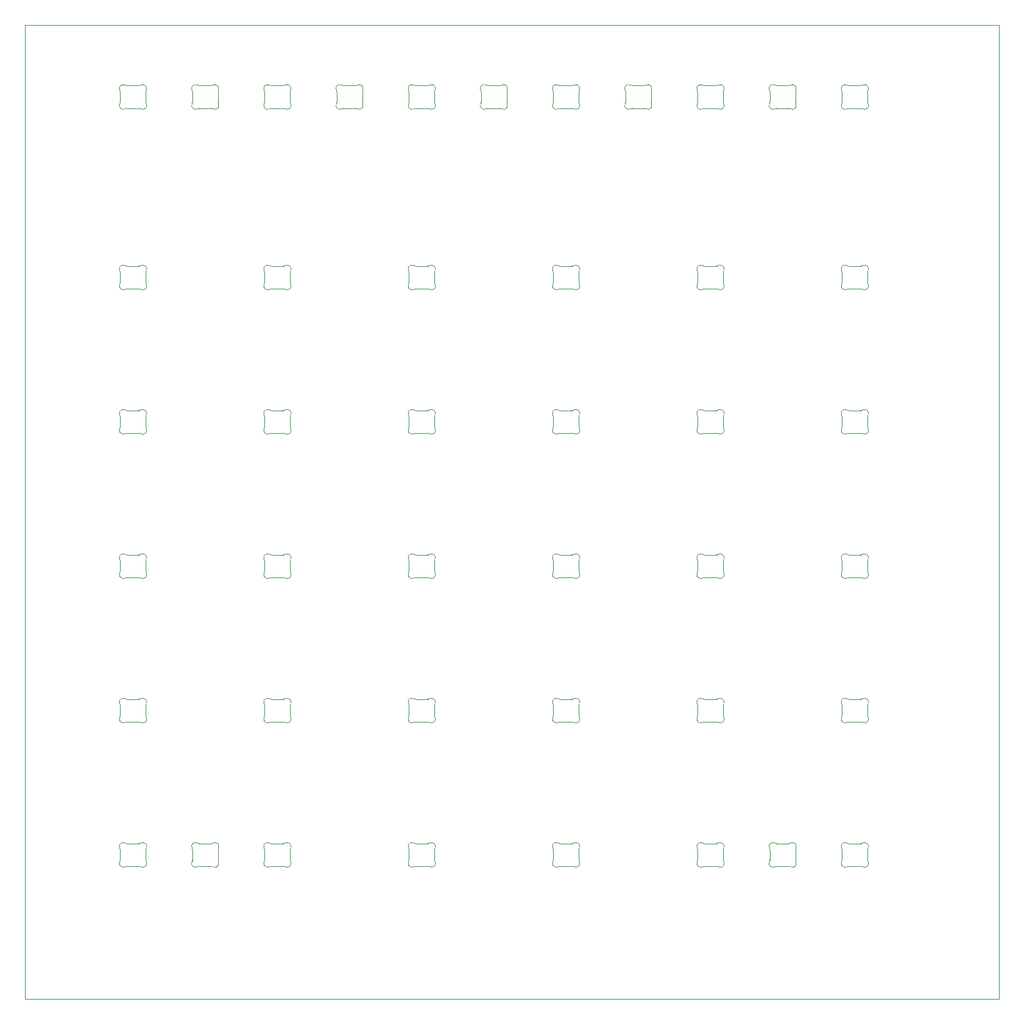
<source format=gbr>
%TF.GenerationSoftware,KiCad,Pcbnew,(6.0.9)*%
%TF.CreationDate,2022-11-26T17:52:31+01:00*%
%TF.ProjectId,tekskey,74656b73-6b65-4792-9e6b-696361645f70,rev?*%
%TF.SameCoordinates,Original*%
%TF.FileFunction,Profile,NP*%
%FSLAX46Y46*%
G04 Gerber Fmt 4.6, Leading zero omitted, Abs format (unit mm)*
G04 Created by KiCad (PCBNEW (6.0.9)) date 2022-11-26 17:52:31*
%MOMM*%
%LPD*%
G01*
G04 APERTURE LIST*
%TA.AperFunction,Profile*%
%ADD10C,0.100000*%
%TD*%
G04 APERTURE END LIST*
D10*
X33337500Y-23812500D02*
X161925000Y-23812500D01*
X161925000Y-23812500D02*
X161925000Y-152400000D01*
X161925000Y-152400000D02*
X33337500Y-152400000D01*
X33337500Y-152400000D02*
X33337500Y-23812500D01*
%TO.C,LED10*%
X49324999Y-57852841D02*
X49324999Y-56447157D01*
X48419452Y-55650000D02*
X46830547Y-55650000D01*
X46830548Y-58649999D02*
X48419452Y-58649999D01*
X45925001Y-56447157D02*
X45925001Y-57852841D01*
X46578289Y-55581701D02*
G75*
G03*
X46830547Y-55650000I252261J431711D01*
G01*
X46578289Y-55581702D02*
G75*
G03*
X45875516Y-56230279I-252258J-431700D01*
G01*
X46830548Y-58649999D02*
G75*
G03*
X46578289Y-58718298I2J-500011D01*
G01*
X45875514Y-58069718D02*
G75*
G03*
X45925001Y-57852841I-450584J216898D01*
G01*
X49374484Y-56230279D02*
G75*
G03*
X48671711Y-55581700I-450515J216878D01*
G01*
X49324999Y-57852842D02*
G75*
G03*
X49374484Y-58069719I499990J-1D01*
G01*
X48671711Y-58718296D02*
G75*
G03*
X49374484Y-58069719I252258J431700D01*
G01*
X48419453Y-55649999D02*
G75*
G03*
X48671711Y-55581700I-3J500009D01*
G01*
X48671710Y-58718298D02*
G75*
G03*
X48419452Y-58649999I-252261J-431710D01*
G01*
X49374484Y-56230279D02*
G75*
G03*
X49324999Y-56447157I450505J-216876D01*
G01*
X45875518Y-58069719D02*
G75*
G03*
X46578289Y-58718298I450512J-216881D01*
G01*
X45925002Y-56447156D02*
G75*
G03*
X45875516Y-56230279I-499302J156D01*
G01*
%TO.C,LED54*%
X122125001Y-132647157D02*
X122125001Y-134052841D01*
X125524999Y-134052841D02*
X125524999Y-132647157D01*
X123030548Y-134849999D02*
X124619452Y-134849999D01*
X124619452Y-131850000D02*
X123030547Y-131850000D01*
X122778289Y-131781701D02*
G75*
G03*
X123030547Y-131850000I252261J431711D01*
G01*
X124871711Y-134918296D02*
G75*
G03*
X125574484Y-134269719I252258J431700D01*
G01*
X122125002Y-132647156D02*
G75*
G03*
X122075516Y-132430279I-499302J156D01*
G01*
X122075514Y-134269718D02*
G75*
G03*
X122125001Y-134052841I-450584J216898D01*
G01*
X125574484Y-132430279D02*
G75*
G03*
X125524999Y-132647157I450505J-216876D01*
G01*
X122075518Y-134269719D02*
G75*
G03*
X122778289Y-134918298I450512J-216881D01*
G01*
X124619453Y-131849999D02*
G75*
G03*
X124871711Y-131781700I-3J500009D01*
G01*
X125524999Y-134052842D02*
G75*
G03*
X125574484Y-134269719I499990J-1D01*
G01*
X122778289Y-131781702D02*
G75*
G03*
X122075516Y-132430279I-252258J-431700D01*
G01*
X124871710Y-134918298D02*
G75*
G03*
X124619452Y-134849999I-252261J-431710D01*
G01*
X125574484Y-132430279D02*
G75*
G03*
X124871711Y-131781700I-450515J216878D01*
G01*
X123030548Y-134849999D02*
G75*
G03*
X122778289Y-134918298I2J-500011D01*
G01*
%TO.C,LED32*%
X86519452Y-93750000D02*
X84930547Y-93750000D01*
X84930548Y-96749999D02*
X86519452Y-96749999D01*
X84025001Y-94547157D02*
X84025001Y-95952841D01*
X87424999Y-95952841D02*
X87424999Y-94547157D01*
X87424999Y-95952842D02*
G75*
G03*
X87474484Y-96169719I499990J-1D01*
G01*
X83975518Y-96169719D02*
G75*
G03*
X84678289Y-96818298I450512J-216881D01*
G01*
X86771710Y-96818298D02*
G75*
G03*
X86519452Y-96749999I-252261J-431710D01*
G01*
X84678289Y-93681702D02*
G75*
G03*
X83975516Y-94330279I-252258J-431700D01*
G01*
X86771711Y-96818296D02*
G75*
G03*
X87474484Y-96169719I252258J431700D01*
G01*
X84678289Y-93681701D02*
G75*
G03*
X84930547Y-93750000I252261J431711D01*
G01*
X84930548Y-96749999D02*
G75*
G03*
X84678289Y-96818298I2J-500011D01*
G01*
X84025002Y-94547156D02*
G75*
G03*
X83975516Y-94330279I-499302J156D01*
G01*
X87474484Y-94330279D02*
G75*
G03*
X86771711Y-93681700I-450515J216878D01*
G01*
X87474484Y-94330279D02*
G75*
G03*
X87424999Y-94547157I450505J-216876D01*
G01*
X83975514Y-96169718D02*
G75*
G03*
X84025001Y-95952841I-450584J216898D01*
G01*
X86519453Y-93749999D02*
G75*
G03*
X86771711Y-93681700I-3J500009D01*
G01*
%TO.C,LED1B1*%
X76994452Y-31837501D02*
X75405548Y-31837501D01*
X74500001Y-32634659D02*
X74500001Y-34040343D01*
X75405548Y-34837500D02*
X76994453Y-34837500D01*
X77899999Y-34040343D02*
X77899999Y-32634659D01*
X75153290Y-31769203D02*
G75*
G03*
X75405548Y-31837501I252260J431713D01*
G01*
X77949483Y-32417782D02*
G75*
G03*
X77246711Y-31769202I-450513J216880D01*
G01*
X77246711Y-34905799D02*
G75*
G03*
X76994453Y-34837500I-252261J-431710D01*
G01*
X77246710Y-34905800D02*
G75*
G03*
X77949484Y-34257221I252259J431701D01*
G01*
X75405547Y-34837501D02*
G75*
G03*
X75153289Y-34905800I3J-500009D01*
G01*
X74500015Y-32634658D02*
G75*
G03*
X74450516Y-32417781I-499615J58D01*
G01*
X74450514Y-34257220D02*
G75*
G03*
X74500001Y-34040343I-450504J216880D01*
G01*
X74450516Y-34257221D02*
G75*
G03*
X75153289Y-34905800I450514J-216879D01*
G01*
X77949484Y-32417781D02*
G75*
G03*
X77899999Y-32634659I450505J-216876D01*
G01*
X76994452Y-31837501D02*
G75*
G03*
X77246711Y-31769202I-2J500009D01*
G01*
X77899999Y-34040344D02*
G75*
G03*
X77949484Y-34257221I499990J-1D01*
G01*
X75153289Y-31769204D02*
G75*
G03*
X74450516Y-32417781I-252258J-431700D01*
G01*
%TO.C,LED34*%
X124619452Y-93750000D02*
X123030547Y-93750000D01*
X125524999Y-95952841D02*
X125524999Y-94547157D01*
X123030548Y-96749999D02*
X124619452Y-96749999D01*
X122125001Y-94547157D02*
X122125001Y-95952841D01*
X122075518Y-96169719D02*
G75*
G03*
X122778289Y-96818298I450512J-216881D01*
G01*
X124619453Y-93749999D02*
G75*
G03*
X124871711Y-93681700I-3J500009D01*
G01*
X122778289Y-93681702D02*
G75*
G03*
X122075516Y-94330279I-252258J-431700D01*
G01*
X125574484Y-94330279D02*
G75*
G03*
X125524999Y-94547157I450505J-216876D01*
G01*
X124871711Y-96818296D02*
G75*
G03*
X125574484Y-96169719I252258J431700D01*
G01*
X122075514Y-96169718D02*
G75*
G03*
X122125001Y-95952841I-450584J216898D01*
G01*
X125524999Y-95952842D02*
G75*
G03*
X125574484Y-96169719I499990J-1D01*
G01*
X123030548Y-96749999D02*
G75*
G03*
X122778289Y-96818298I2J-500011D01*
G01*
X122778289Y-93681701D02*
G75*
G03*
X123030547Y-93750000I252261J431711D01*
G01*
X124871710Y-96818298D02*
G75*
G03*
X124619452Y-96749999I-252261J-431710D01*
G01*
X125574484Y-94330279D02*
G75*
G03*
X124871711Y-93681700I-450515J216878D01*
G01*
X122125002Y-94547156D02*
G75*
G03*
X122075516Y-94330279I-499302J156D01*
G01*
%TO.C,LED13*%
X103075001Y-56447157D02*
X103075001Y-57852841D01*
X106474999Y-57852841D02*
X106474999Y-56447157D01*
X105569452Y-55650000D02*
X103980547Y-55650000D01*
X103980548Y-58649999D02*
X105569452Y-58649999D01*
X103025518Y-58069719D02*
G75*
G03*
X103728289Y-58718298I450512J-216881D01*
G01*
X103075002Y-56447156D02*
G75*
G03*
X103025516Y-56230279I-499302J156D01*
G01*
X105569453Y-55649999D02*
G75*
G03*
X105821711Y-55581700I-3J500009D01*
G01*
X105821711Y-58718296D02*
G75*
G03*
X106524484Y-58069719I252258J431700D01*
G01*
X106524484Y-56230279D02*
G75*
G03*
X106474999Y-56447157I450505J-216876D01*
G01*
X103728289Y-55581701D02*
G75*
G03*
X103980547Y-55650000I252261J431711D01*
G01*
X106474999Y-57852842D02*
G75*
G03*
X106524484Y-58069719I499990J-1D01*
G01*
X103025514Y-58069718D02*
G75*
G03*
X103075001Y-57852841I-450584J216898D01*
G01*
X103728289Y-55581702D02*
G75*
G03*
X103025516Y-56230279I-252258J-431700D01*
G01*
X105821710Y-58718298D02*
G75*
G03*
X105569452Y-58649999I-252261J-431710D01*
G01*
X106524484Y-56230279D02*
G75*
G03*
X105821711Y-55581700I-450515J216878D01*
G01*
X103980548Y-58649999D02*
G75*
G03*
X103728289Y-58718298I2J-500011D01*
G01*
%TO.C,LED55*%
X141175001Y-132647157D02*
X141175001Y-134052841D01*
X143669452Y-131850000D02*
X142080547Y-131850000D01*
X142080548Y-134849999D02*
X143669452Y-134849999D01*
X144574999Y-134052841D02*
X144574999Y-132647157D01*
X144574999Y-134052842D02*
G75*
G03*
X144624484Y-134269719I499990J-1D01*
G01*
X143669453Y-131849999D02*
G75*
G03*
X143921711Y-131781700I-3J500009D01*
G01*
X141828289Y-131781701D02*
G75*
G03*
X142080547Y-131850000I252261J431711D01*
G01*
X141828289Y-131781702D02*
G75*
G03*
X141125516Y-132430279I-252258J-431700D01*
G01*
X141175002Y-132647156D02*
G75*
G03*
X141125516Y-132430279I-499302J156D01*
G01*
X143921710Y-134918298D02*
G75*
G03*
X143669452Y-134849999I-252261J-431710D01*
G01*
X143921711Y-134918296D02*
G75*
G03*
X144624484Y-134269719I252258J431700D01*
G01*
X141125514Y-134269718D02*
G75*
G03*
X141175001Y-134052841I-450584J216898D01*
G01*
X144624484Y-132430279D02*
G75*
G03*
X143921711Y-131781700I-450515J216878D01*
G01*
X141125518Y-134269719D02*
G75*
G03*
X141828289Y-134918298I450512J-216881D01*
G01*
X142080548Y-134849999D02*
G75*
G03*
X141828289Y-134918298I2J-500011D01*
G01*
X144624484Y-132430279D02*
G75*
G03*
X144574999Y-132647157I450505J-216876D01*
G01*
%TO.C,LED53*%
X103075001Y-132647157D02*
X103075001Y-134052841D01*
X106474999Y-134052841D02*
X106474999Y-132647157D01*
X103980548Y-134849999D02*
X105569452Y-134849999D01*
X105569452Y-131850000D02*
X103980547Y-131850000D01*
X106474999Y-134052842D02*
G75*
G03*
X106524484Y-134269719I499990J-1D01*
G01*
X103980548Y-134849999D02*
G75*
G03*
X103728289Y-134918298I2J-500011D01*
G01*
X105569453Y-131849999D02*
G75*
G03*
X105821711Y-131781700I-3J500009D01*
G01*
X106524484Y-132430279D02*
G75*
G03*
X105821711Y-131781700I-450515J216878D01*
G01*
X103025518Y-134269719D02*
G75*
G03*
X103728289Y-134918298I450512J-216881D01*
G01*
X105821711Y-134918296D02*
G75*
G03*
X106524484Y-134269719I252258J431700D01*
G01*
X106524484Y-132430279D02*
G75*
G03*
X106474999Y-132647157I450505J-216876D01*
G01*
X103025514Y-134269718D02*
G75*
G03*
X103075001Y-134052841I-450584J216898D01*
G01*
X103075002Y-132647156D02*
G75*
G03*
X103025516Y-132430279I-499302J156D01*
G01*
X105821710Y-134918298D02*
G75*
G03*
X105569452Y-134849999I-252261J-431710D01*
G01*
X103728289Y-131781701D02*
G75*
G03*
X103980547Y-131850000I252261J431711D01*
G01*
X103728289Y-131781702D02*
G75*
G03*
X103025516Y-132430279I-252258J-431700D01*
G01*
%TO.C,LED4*%
X123030548Y-34837500D02*
X124619453Y-34837500D01*
X125524999Y-34040343D02*
X125524999Y-32634659D01*
X124619452Y-31837501D02*
X123030548Y-31837501D01*
X122125001Y-32634659D02*
X122125001Y-34040343D01*
X124619452Y-31837501D02*
G75*
G03*
X124871711Y-31769202I-2J500009D01*
G01*
X122778290Y-31769203D02*
G75*
G03*
X123030548Y-31837501I252260J431713D01*
G01*
X124871711Y-34905799D02*
G75*
G03*
X124619453Y-34837500I-252261J-431710D01*
G01*
X122778289Y-31769204D02*
G75*
G03*
X122075516Y-32417781I-252258J-431700D01*
G01*
X125574484Y-32417781D02*
G75*
G03*
X125524999Y-32634659I450505J-216876D01*
G01*
X125524999Y-34040344D02*
G75*
G03*
X125574484Y-34257221I499990J-1D01*
G01*
X123030547Y-34837501D02*
G75*
G03*
X122778289Y-34905800I3J-500009D01*
G01*
X122075514Y-34257220D02*
G75*
G03*
X122125001Y-34040343I-450504J216880D01*
G01*
X125574483Y-32417782D02*
G75*
G03*
X124871711Y-31769202I-450513J216880D01*
G01*
X122075516Y-34257221D02*
G75*
G03*
X122778289Y-34905800I450514J-216879D01*
G01*
X124871710Y-34905800D02*
G75*
G03*
X125574484Y-34257221I252259J431701D01*
G01*
X122125015Y-32634658D02*
G75*
G03*
X122075516Y-32417781I-499615J58D01*
G01*
%TO.C,LED2*%
X84025001Y-32634659D02*
X84025001Y-34040343D01*
X86519452Y-31837501D02*
X84930548Y-31837501D01*
X84930548Y-34837500D02*
X86519453Y-34837500D01*
X87424999Y-34040343D02*
X87424999Y-32634659D01*
X83975514Y-34257220D02*
G75*
G03*
X84025001Y-34040343I-450504J216880D01*
G01*
X84678290Y-31769203D02*
G75*
G03*
X84930548Y-31837501I252260J431713D01*
G01*
X86519452Y-31837501D02*
G75*
G03*
X86771711Y-31769202I-2J500009D01*
G01*
X87474484Y-32417781D02*
G75*
G03*
X87424999Y-32634659I450505J-216876D01*
G01*
X84678289Y-31769204D02*
G75*
G03*
X83975516Y-32417781I-252258J-431700D01*
G01*
X84930547Y-34837501D02*
G75*
G03*
X84678289Y-34905800I3J-500009D01*
G01*
X84025015Y-32634658D02*
G75*
G03*
X83975516Y-32417781I-499615J58D01*
G01*
X86771710Y-34905800D02*
G75*
G03*
X87474484Y-34257221I252259J431701D01*
G01*
X87424999Y-34040344D02*
G75*
G03*
X87474484Y-34257221I499990J-1D01*
G01*
X87474483Y-32417782D02*
G75*
G03*
X86771711Y-31769202I-450513J216880D01*
G01*
X86771711Y-34905799D02*
G75*
G03*
X86519453Y-34837500I-252261J-431710D01*
G01*
X83975516Y-34257221D02*
G75*
G03*
X84678289Y-34905800I450514J-216879D01*
G01*
%TO.C,LED12*%
X87424999Y-57852841D02*
X87424999Y-56447157D01*
X84930548Y-58649999D02*
X86519452Y-58649999D01*
X86519452Y-55650000D02*
X84930547Y-55650000D01*
X84025001Y-56447157D02*
X84025001Y-57852841D01*
X84930548Y-58649999D02*
G75*
G03*
X84678289Y-58718298I2J-500011D01*
G01*
X83975518Y-58069719D02*
G75*
G03*
X84678289Y-58718298I450512J-216881D01*
G01*
X87424999Y-57852842D02*
G75*
G03*
X87474484Y-58069719I499990J-1D01*
G01*
X83975514Y-58069718D02*
G75*
G03*
X84025001Y-57852841I-450584J216898D01*
G01*
X86519453Y-55649999D02*
G75*
G03*
X86771711Y-55581700I-3J500009D01*
G01*
X84678289Y-55581701D02*
G75*
G03*
X84930547Y-55650000I252261J431711D01*
G01*
X87474484Y-56230279D02*
G75*
G03*
X87424999Y-56447157I450505J-216876D01*
G01*
X86771711Y-58718296D02*
G75*
G03*
X87474484Y-58069719I252258J431700D01*
G01*
X86771710Y-58718298D02*
G75*
G03*
X86519452Y-58649999I-252261J-431710D01*
G01*
X84678289Y-55581702D02*
G75*
G03*
X83975516Y-56230279I-252258J-431700D01*
G01*
X84025002Y-56447156D02*
G75*
G03*
X83975516Y-56230279I-499302J156D01*
G01*
X87474484Y-56230279D02*
G75*
G03*
X86771711Y-55581700I-450515J216878D01*
G01*
%TO.C,LED11*%
X65880548Y-58649999D02*
X67469452Y-58649999D01*
X64975001Y-56447157D02*
X64975001Y-57852841D01*
X68374999Y-57852841D02*
X68374999Y-56447157D01*
X67469452Y-55650000D02*
X65880547Y-55650000D01*
X64925518Y-58069719D02*
G75*
G03*
X65628289Y-58718298I450512J-216881D01*
G01*
X64925514Y-58069718D02*
G75*
G03*
X64975001Y-57852841I-450584J216898D01*
G01*
X68424484Y-56230279D02*
G75*
G03*
X67721711Y-55581700I-450515J216878D01*
G01*
X67721711Y-58718296D02*
G75*
G03*
X68424484Y-58069719I252258J431700D01*
G01*
X64975002Y-56447156D02*
G75*
G03*
X64925516Y-56230279I-499302J156D01*
G01*
X65628289Y-55581701D02*
G75*
G03*
X65880547Y-55650000I252261J431711D01*
G01*
X67469453Y-55649999D02*
G75*
G03*
X67721711Y-55581700I-3J500009D01*
G01*
X68374999Y-57852842D02*
G75*
G03*
X68424484Y-58069719I499990J-1D01*
G01*
X67721710Y-58718298D02*
G75*
G03*
X67469452Y-58649999I-252261J-431710D01*
G01*
X65880548Y-58649999D02*
G75*
G03*
X65628289Y-58718298I2J-500011D01*
G01*
X68424484Y-56230279D02*
G75*
G03*
X68374999Y-56447157I450505J-216876D01*
G01*
X65628289Y-55581702D02*
G75*
G03*
X64925516Y-56230279I-252258J-431700D01*
G01*
%TO.C,LED6*%
X57944452Y-131850000D02*
X56355547Y-131850000D01*
X56355548Y-134849999D02*
X57944452Y-134849999D01*
X55450001Y-132647157D02*
X55450001Y-134052841D01*
X58849999Y-134052841D02*
X58849999Y-132647157D01*
X55400514Y-134269718D02*
G75*
G03*
X55450001Y-134052841I-450584J216898D01*
G01*
X56355548Y-134849999D02*
G75*
G03*
X56103289Y-134918298I2J-500011D01*
G01*
X58899484Y-132430279D02*
G75*
G03*
X58196711Y-131781700I-450515J216878D01*
G01*
X58899484Y-132430279D02*
G75*
G03*
X58849999Y-132647157I450505J-216876D01*
G01*
X57944453Y-131849999D02*
G75*
G03*
X58196711Y-131781700I-3J500009D01*
G01*
X56103289Y-131781701D02*
G75*
G03*
X56355547Y-131850000I252261J431711D01*
G01*
X55450002Y-132647156D02*
G75*
G03*
X55400516Y-132430279I-499302J156D01*
G01*
X58196710Y-134918298D02*
G75*
G03*
X57944452Y-134849999I-252261J-431710D01*
G01*
X58196711Y-134918296D02*
G75*
G03*
X58899484Y-134269719I252258J431700D01*
G01*
X58849999Y-134052842D02*
G75*
G03*
X58899484Y-134269719I499990J-1D01*
G01*
X56103289Y-131781702D02*
G75*
G03*
X55400516Y-132430279I-252258J-431700D01*
G01*
X55400518Y-134269719D02*
G75*
G03*
X56103289Y-134918298I450512J-216881D01*
G01*
%TO.C,LED0*%
X46830548Y-34837500D02*
X48419453Y-34837500D01*
X49324999Y-34040343D02*
X49324999Y-32634659D01*
X48419452Y-31837501D02*
X46830548Y-31837501D01*
X45925001Y-32634659D02*
X45925001Y-34040343D01*
X45875516Y-34257221D02*
G75*
G03*
X46578289Y-34905800I450514J-216879D01*
G01*
X45875514Y-34257220D02*
G75*
G03*
X45925001Y-34040343I-450504J216880D01*
G01*
X48671710Y-34905800D02*
G75*
G03*
X49374484Y-34257221I252259J431701D01*
G01*
X46830547Y-34837501D02*
G75*
G03*
X46578289Y-34905800I3J-500009D01*
G01*
X49374483Y-32417782D02*
G75*
G03*
X48671711Y-31769202I-450513J216880D01*
G01*
X49324999Y-34040344D02*
G75*
G03*
X49374484Y-34257221I499990J-1D01*
G01*
X48419452Y-31837501D02*
G75*
G03*
X48671711Y-31769202I-2J500009D01*
G01*
X46578289Y-31769204D02*
G75*
G03*
X45875516Y-32417781I-252258J-431700D01*
G01*
X45925015Y-32634658D02*
G75*
G03*
X45875516Y-32417781I-499615J58D01*
G01*
X48671711Y-34905799D02*
G75*
G03*
X48419453Y-34837500I-252261J-431710D01*
G01*
X46578290Y-31769203D02*
G75*
G03*
X46830548Y-31837501I252260J431713D01*
G01*
X49374484Y-32417781D02*
G75*
G03*
X49324999Y-32634659I450505J-216876D01*
G01*
%TO.C,LED41*%
X68374999Y-115002843D02*
X68374999Y-113597159D01*
X64975001Y-113597159D02*
X64975001Y-115002843D01*
X67469452Y-112800001D02*
X65880548Y-112800001D01*
X65880548Y-115800000D02*
X67469453Y-115800000D01*
X65628289Y-112731704D02*
G75*
G03*
X64925516Y-113380281I-252258J-431700D01*
G01*
X65628290Y-112731703D02*
G75*
G03*
X65880548Y-112800001I252260J431713D01*
G01*
X64975015Y-113597158D02*
G75*
G03*
X64925516Y-113380281I-499615J58D01*
G01*
X65880547Y-115800001D02*
G75*
G03*
X65628289Y-115868300I3J-500009D01*
G01*
X67721710Y-115868300D02*
G75*
G03*
X68424484Y-115219721I252259J431701D01*
G01*
X64925514Y-115219720D02*
G75*
G03*
X64975001Y-115002843I-450504J216880D01*
G01*
X67721711Y-115868299D02*
G75*
G03*
X67469453Y-115800000I-252261J-431710D01*
G01*
X68424483Y-113380282D02*
G75*
G03*
X67721711Y-112731702I-450513J216880D01*
G01*
X64925516Y-115219721D02*
G75*
G03*
X65628289Y-115868300I450514J-216879D01*
G01*
X68424484Y-113380281D02*
G75*
G03*
X68374999Y-113597159I450505J-216876D01*
G01*
X67469452Y-112800001D02*
G75*
G03*
X67721711Y-112731702I-2J500009D01*
G01*
X68374999Y-115002844D02*
G75*
G03*
X68424484Y-115219721I499990J-1D01*
G01*
%TO.C,LED24*%
X123030548Y-77700000D02*
X124619453Y-77700000D01*
X125524999Y-76902843D02*
X125524999Y-75497159D01*
X124619452Y-74700001D02*
X123030548Y-74700001D01*
X122125001Y-75497159D02*
X122125001Y-76902843D01*
X122125015Y-75497158D02*
G75*
G03*
X122075516Y-75280281I-499615J58D01*
G01*
X124871710Y-77768300D02*
G75*
G03*
X125574484Y-77119721I252259J431701D01*
G01*
X122778290Y-74631703D02*
G75*
G03*
X123030548Y-74700001I252260J431713D01*
G01*
X124619452Y-74700001D02*
G75*
G03*
X124871711Y-74631702I-2J500009D01*
G01*
X122075514Y-77119720D02*
G75*
G03*
X122125001Y-76902843I-450504J216880D01*
G01*
X124871711Y-77768299D02*
G75*
G03*
X124619453Y-77700000I-252261J-431710D01*
G01*
X125574484Y-75280281D02*
G75*
G03*
X125524999Y-75497159I450505J-216876D01*
G01*
X122778289Y-74631704D02*
G75*
G03*
X122075516Y-75280281I-252258J-431700D01*
G01*
X122075516Y-77119721D02*
G75*
G03*
X122778289Y-77768300I450514J-216879D01*
G01*
X125574483Y-75280282D02*
G75*
G03*
X124871711Y-74631702I-450513J216880D01*
G01*
X123030547Y-77700001D02*
G75*
G03*
X122778289Y-77768300I3J-500009D01*
G01*
X125524999Y-76902844D02*
G75*
G03*
X125574484Y-77119721I499990J-1D01*
G01*
%TO.C,LED31*%
X67469452Y-93750000D02*
X65880547Y-93750000D01*
X65880548Y-96749999D02*
X67469452Y-96749999D01*
X64975001Y-94547157D02*
X64975001Y-95952841D01*
X68374999Y-95952841D02*
X68374999Y-94547157D01*
X65628289Y-93681701D02*
G75*
G03*
X65880547Y-93750000I252261J431711D01*
G01*
X67721711Y-96818296D02*
G75*
G03*
X68424484Y-96169719I252258J431700D01*
G01*
X68424484Y-94330279D02*
G75*
G03*
X67721711Y-93681700I-450515J216878D01*
G01*
X68374999Y-95952842D02*
G75*
G03*
X68424484Y-96169719I499990J-1D01*
G01*
X65628289Y-93681702D02*
G75*
G03*
X64925516Y-94330279I-252258J-431700D01*
G01*
X67721710Y-96818298D02*
G75*
G03*
X67469452Y-96749999I-252261J-431710D01*
G01*
X64975002Y-94547156D02*
G75*
G03*
X64925516Y-94330279I-499302J156D01*
G01*
X68424484Y-94330279D02*
G75*
G03*
X68374999Y-94547157I450505J-216876D01*
G01*
X65880548Y-96749999D02*
G75*
G03*
X65628289Y-96818298I2J-500011D01*
G01*
X64925514Y-96169718D02*
G75*
G03*
X64975001Y-95952841I-450584J216898D01*
G01*
X67469453Y-93749999D02*
G75*
G03*
X67721711Y-93681700I-3J500009D01*
G01*
X64925518Y-96169719D02*
G75*
G03*
X65628289Y-96818298I450512J-216881D01*
G01*
%TO.C,LED1*%
X65880548Y-34837500D02*
X67469453Y-34837500D01*
X67469452Y-31837501D02*
X65880548Y-31837501D01*
X64975001Y-32634659D02*
X64975001Y-34040343D01*
X68374999Y-34040343D02*
X68374999Y-32634659D01*
X67721711Y-34905799D02*
G75*
G03*
X67469453Y-34837500I-252261J-431710D01*
G01*
X65880547Y-34837501D02*
G75*
G03*
X65628289Y-34905800I3J-500009D01*
G01*
X68374999Y-34040344D02*
G75*
G03*
X68424484Y-34257221I499990J-1D01*
G01*
X67721710Y-34905800D02*
G75*
G03*
X68424484Y-34257221I252259J431701D01*
G01*
X68424484Y-32417781D02*
G75*
G03*
X68374999Y-32634659I450505J-216876D01*
G01*
X68424483Y-32417782D02*
G75*
G03*
X67721711Y-31769202I-450513J216880D01*
G01*
X65628290Y-31769203D02*
G75*
G03*
X65880548Y-31837501I252260J431713D01*
G01*
X64925516Y-34257221D02*
G75*
G03*
X65628289Y-34905800I450514J-216879D01*
G01*
X67469452Y-31837501D02*
G75*
G03*
X67721711Y-31769202I-2J500009D01*
G01*
X65628289Y-31769204D02*
G75*
G03*
X64925516Y-32417781I-252258J-431700D01*
G01*
X64975015Y-32634658D02*
G75*
G03*
X64925516Y-32417781I-499615J58D01*
G01*
X64925514Y-34257220D02*
G75*
G03*
X64975001Y-34040343I-450504J216880D01*
G01*
%TO.C,LED21*%
X67469452Y-74700001D02*
X65880548Y-74700001D01*
X64975001Y-75497159D02*
X64975001Y-76902843D01*
X68374999Y-76902843D02*
X68374999Y-75497159D01*
X65880548Y-77700000D02*
X67469453Y-77700000D01*
X67721711Y-77768299D02*
G75*
G03*
X67469453Y-77700000I-252261J-431710D01*
G01*
X67721710Y-77768300D02*
G75*
G03*
X68424484Y-77119721I252259J431701D01*
G01*
X68424483Y-75280282D02*
G75*
G03*
X67721711Y-74631702I-450513J216880D01*
G01*
X65628289Y-74631704D02*
G75*
G03*
X64925516Y-75280281I-252258J-431700D01*
G01*
X64975015Y-75497158D02*
G75*
G03*
X64925516Y-75280281I-499615J58D01*
G01*
X64925516Y-77119721D02*
G75*
G03*
X65628289Y-77768300I450514J-216879D01*
G01*
X68374999Y-76902844D02*
G75*
G03*
X68424484Y-77119721I499990J-1D01*
G01*
X65628290Y-74631703D02*
G75*
G03*
X65880548Y-74700001I252260J431713D01*
G01*
X67469452Y-74700001D02*
G75*
G03*
X67721711Y-74631702I-2J500009D01*
G01*
X68424484Y-75280281D02*
G75*
G03*
X68374999Y-75497159I450505J-216876D01*
G01*
X65880547Y-77700001D02*
G75*
G03*
X65628289Y-77768300I3J-500009D01*
G01*
X64925514Y-77119720D02*
G75*
G03*
X64975001Y-76902843I-450504J216880D01*
G01*
%TO.C,LED51*%
X68374999Y-134052841D02*
X68374999Y-132647157D01*
X65880548Y-134849999D02*
X67469452Y-134849999D01*
X64975001Y-132647157D02*
X64975001Y-134052841D01*
X67469452Y-131850000D02*
X65880547Y-131850000D01*
X67721711Y-134918296D02*
G75*
G03*
X68424484Y-134269719I252258J431700D01*
G01*
X67469453Y-131849999D02*
G75*
G03*
X67721711Y-131781700I-3J500009D01*
G01*
X67721710Y-134918298D02*
G75*
G03*
X67469452Y-134849999I-252261J-431710D01*
G01*
X65880548Y-134849999D02*
G75*
G03*
X65628289Y-134918298I2J-500011D01*
G01*
X65628289Y-131781701D02*
G75*
G03*
X65880547Y-131850000I252261J431711D01*
G01*
X64925514Y-134269718D02*
G75*
G03*
X64975001Y-134052841I-450584J216898D01*
G01*
X64975002Y-132647156D02*
G75*
G03*
X64925516Y-132430279I-499302J156D01*
G01*
X68374999Y-134052842D02*
G75*
G03*
X68424484Y-134269719I499990J-1D01*
G01*
X65628289Y-131781702D02*
G75*
G03*
X64925516Y-132430279I-252258J-431700D01*
G01*
X68424484Y-132430279D02*
G75*
G03*
X68374999Y-132647157I450505J-216876D01*
G01*
X68424484Y-132430279D02*
G75*
G03*
X67721711Y-131781700I-450515J216878D01*
G01*
X64925518Y-134269719D02*
G75*
G03*
X65628289Y-134918298I450512J-216881D01*
G01*
%TO.C,LED25*%
X143669452Y-74700001D02*
X142080548Y-74700001D01*
X142080548Y-77700000D02*
X143669453Y-77700000D01*
X144574999Y-76902843D02*
X144574999Y-75497159D01*
X141175001Y-75497159D02*
X141175001Y-76902843D01*
X141828290Y-74631703D02*
G75*
G03*
X142080548Y-74700001I252260J431713D01*
G01*
X144624483Y-75280282D02*
G75*
G03*
X143921711Y-74631702I-450513J216880D01*
G01*
X142080547Y-77700001D02*
G75*
G03*
X141828289Y-77768300I3J-500009D01*
G01*
X143921711Y-77768299D02*
G75*
G03*
X143669453Y-77700000I-252261J-431710D01*
G01*
X141125514Y-77119720D02*
G75*
G03*
X141175001Y-76902843I-450504J216880D01*
G01*
X141125516Y-77119721D02*
G75*
G03*
X141828289Y-77768300I450514J-216879D01*
G01*
X144624484Y-75280281D02*
G75*
G03*
X144574999Y-75497159I450505J-216876D01*
G01*
X141175015Y-75497158D02*
G75*
G03*
X141125516Y-75280281I-499615J58D01*
G01*
X143669452Y-74700001D02*
G75*
G03*
X143921711Y-74631702I-2J500009D01*
G01*
X144574999Y-76902844D02*
G75*
G03*
X144624484Y-77119721I499990J-1D01*
G01*
X141828289Y-74631704D02*
G75*
G03*
X141125516Y-75280281I-252258J-431700D01*
G01*
X143921710Y-77768300D02*
G75*
G03*
X144624484Y-77119721I252259J431701D01*
G01*
%TO.C,LED23*%
X103075001Y-75497159D02*
X103075001Y-76902843D01*
X105569452Y-74700001D02*
X103980548Y-74700001D01*
X106474999Y-76902843D02*
X106474999Y-75497159D01*
X103980548Y-77700000D02*
X105569453Y-77700000D01*
X103075015Y-75497158D02*
G75*
G03*
X103025516Y-75280281I-499615J58D01*
G01*
X103025516Y-77119721D02*
G75*
G03*
X103728289Y-77768300I450514J-216879D01*
G01*
X106524484Y-75280281D02*
G75*
G03*
X106474999Y-75497159I450505J-216876D01*
G01*
X105821711Y-77768299D02*
G75*
G03*
X105569453Y-77700000I-252261J-431710D01*
G01*
X103980547Y-77700001D02*
G75*
G03*
X103728289Y-77768300I3J-500009D01*
G01*
X103728290Y-74631703D02*
G75*
G03*
X103980548Y-74700001I252260J431713D01*
G01*
X106474999Y-76902844D02*
G75*
G03*
X106524484Y-77119721I499990J-1D01*
G01*
X106524483Y-75280282D02*
G75*
G03*
X105821711Y-74631702I-450513J216880D01*
G01*
X103728289Y-74631704D02*
G75*
G03*
X103025516Y-75280281I-252258J-431700D01*
G01*
X105821710Y-77768300D02*
G75*
G03*
X106524484Y-77119721I252259J431701D01*
G01*
X105569452Y-74700001D02*
G75*
G03*
X105821711Y-74631702I-2J500009D01*
G01*
X103025514Y-77119720D02*
G75*
G03*
X103075001Y-76902843I-450504J216880D01*
G01*
%TO.C,LED40*%
X45925001Y-113597159D02*
X45925001Y-115002843D01*
X48419452Y-112800001D02*
X46830548Y-112800001D01*
X46830548Y-115800000D02*
X48419453Y-115800000D01*
X49324999Y-115002843D02*
X49324999Y-113597159D01*
X45925015Y-113597158D02*
G75*
G03*
X45875516Y-113380281I-499615J58D01*
G01*
X46578289Y-112731704D02*
G75*
G03*
X45875516Y-113380281I-252258J-431700D01*
G01*
X49374483Y-113380282D02*
G75*
G03*
X48671711Y-112731702I-450513J216880D01*
G01*
X46578290Y-112731703D02*
G75*
G03*
X46830548Y-112800001I252260J431713D01*
G01*
X45875516Y-115219721D02*
G75*
G03*
X46578289Y-115868300I450514J-216879D01*
G01*
X49374484Y-113380281D02*
G75*
G03*
X49324999Y-113597159I450505J-216876D01*
G01*
X46830547Y-115800001D02*
G75*
G03*
X46578289Y-115868300I3J-500009D01*
G01*
X48671711Y-115868299D02*
G75*
G03*
X48419453Y-115800000I-252261J-431710D01*
G01*
X48419452Y-112800001D02*
G75*
G03*
X48671711Y-112731702I-2J500009D01*
G01*
X45875514Y-115219720D02*
G75*
G03*
X45925001Y-115002843I-450504J216880D01*
G01*
X49324999Y-115002844D02*
G75*
G03*
X49374484Y-115219721I499990J-1D01*
G01*
X48671710Y-115868300D02*
G75*
G03*
X49374484Y-115219721I252259J431701D01*
G01*
%TO.C,LED7*%
X134144452Y-131850000D02*
X132555547Y-131850000D01*
X135049999Y-134052841D02*
X135049999Y-132647157D01*
X132555548Y-134849999D02*
X134144452Y-134849999D01*
X131650001Y-132647157D02*
X131650001Y-134052841D01*
X134396711Y-134918296D02*
G75*
G03*
X135099484Y-134269719I252258J431700D01*
G01*
X132555548Y-134849999D02*
G75*
G03*
X132303289Y-134918298I2J-500011D01*
G01*
X132303289Y-131781701D02*
G75*
G03*
X132555547Y-131850000I252261J431711D01*
G01*
X131600518Y-134269719D02*
G75*
G03*
X132303289Y-134918298I450512J-216881D01*
G01*
X134396710Y-134918298D02*
G75*
G03*
X134144452Y-134849999I-252261J-431710D01*
G01*
X135049999Y-134052842D02*
G75*
G03*
X135099484Y-134269719I499990J-1D01*
G01*
X131600514Y-134269718D02*
G75*
G03*
X131650001Y-134052841I-450584J216898D01*
G01*
X132303289Y-131781702D02*
G75*
G03*
X131600516Y-132430279I-252258J-431700D01*
G01*
X135099484Y-132430279D02*
G75*
G03*
X134396711Y-131781700I-450515J216878D01*
G01*
X131650002Y-132647156D02*
G75*
G03*
X131600516Y-132430279I-499302J156D01*
G01*
X135099484Y-132430279D02*
G75*
G03*
X135049999Y-132647157I450505J-216876D01*
G01*
X134144453Y-131849999D02*
G75*
G03*
X134396711Y-131781700I-3J500009D01*
G01*
%TO.C,LED3B1*%
X115094452Y-31837501D02*
X113505548Y-31837501D01*
X113505548Y-34837500D02*
X115094453Y-34837500D01*
X115999999Y-34040343D02*
X115999999Y-32634659D01*
X112600001Y-32634659D02*
X112600001Y-34040343D01*
X112600015Y-32634658D02*
G75*
G03*
X112550516Y-32417781I-499615J58D01*
G01*
X116049484Y-32417781D02*
G75*
G03*
X115999999Y-32634659I450505J-216876D01*
G01*
X115094452Y-31837501D02*
G75*
G03*
X115346711Y-31769202I-2J500009D01*
G01*
X115999999Y-34040344D02*
G75*
G03*
X116049484Y-34257221I499990J-1D01*
G01*
X113253290Y-31769203D02*
G75*
G03*
X113505548Y-31837501I252260J431713D01*
G01*
X115346710Y-34905800D02*
G75*
G03*
X116049484Y-34257221I252259J431701D01*
G01*
X113505547Y-34837501D02*
G75*
G03*
X113253289Y-34905800I3J-500009D01*
G01*
X115346711Y-34905799D02*
G75*
G03*
X115094453Y-34837500I-252261J-431710D01*
G01*
X113253289Y-31769204D02*
G75*
G03*
X112550516Y-32417781I-252258J-431700D01*
G01*
X116049483Y-32417782D02*
G75*
G03*
X115346711Y-31769202I-450513J216880D01*
G01*
X112550514Y-34257220D02*
G75*
G03*
X112600001Y-34040343I-450504J216880D01*
G01*
X112550516Y-34257221D02*
G75*
G03*
X113253289Y-34905800I450514J-216879D01*
G01*
%TO.C,LED5*%
X141175001Y-32634659D02*
X141175001Y-34040343D01*
X142080548Y-34837500D02*
X143669453Y-34837500D01*
X143669452Y-31837501D02*
X142080548Y-31837501D01*
X144574999Y-34040343D02*
X144574999Y-32634659D01*
X141125514Y-34257220D02*
G75*
G03*
X141175001Y-34040343I-450504J216880D01*
G01*
X143921710Y-34905800D02*
G75*
G03*
X144624484Y-34257221I252259J431701D01*
G01*
X144574999Y-34040344D02*
G75*
G03*
X144624484Y-34257221I499990J-1D01*
G01*
X141828290Y-31769203D02*
G75*
G03*
X142080548Y-31837501I252260J431713D01*
G01*
X141828289Y-31769204D02*
G75*
G03*
X141125516Y-32417781I-252258J-431700D01*
G01*
X142080547Y-34837501D02*
G75*
G03*
X141828289Y-34905800I3J-500009D01*
G01*
X144624483Y-32417782D02*
G75*
G03*
X143921711Y-31769202I-450513J216880D01*
G01*
X141125516Y-34257221D02*
G75*
G03*
X141828289Y-34905800I450514J-216879D01*
G01*
X143921711Y-34905799D02*
G75*
G03*
X143669453Y-34837500I-252261J-431710D01*
G01*
X144624484Y-32417781D02*
G75*
G03*
X144574999Y-32634659I450505J-216876D01*
G01*
X143669452Y-31837501D02*
G75*
G03*
X143921711Y-31769202I-2J500009D01*
G01*
X141175015Y-32634658D02*
G75*
G03*
X141125516Y-32417781I-499615J58D01*
G01*
%TO.C,LED0B1*%
X55450001Y-32634659D02*
X55450001Y-34040343D01*
X56355548Y-34837500D02*
X57944453Y-34837500D01*
X57944452Y-31837501D02*
X56355548Y-31837501D01*
X58849999Y-34040343D02*
X58849999Y-32634659D01*
X55450015Y-32634658D02*
G75*
G03*
X55400516Y-32417781I-499615J58D01*
G01*
X57944452Y-31837501D02*
G75*
G03*
X58196711Y-31769202I-2J500009D01*
G01*
X56103289Y-31769204D02*
G75*
G03*
X55400516Y-32417781I-252258J-431700D01*
G01*
X58899484Y-32417781D02*
G75*
G03*
X58849999Y-32634659I450505J-216876D01*
G01*
X56103290Y-31769203D02*
G75*
G03*
X56355548Y-31837501I252260J431713D01*
G01*
X58899483Y-32417782D02*
G75*
G03*
X58196711Y-31769202I-450513J216880D01*
G01*
X58196710Y-34905800D02*
G75*
G03*
X58899484Y-34257221I252259J431701D01*
G01*
X58196711Y-34905799D02*
G75*
G03*
X57944453Y-34837500I-252261J-431710D01*
G01*
X58849999Y-34040344D02*
G75*
G03*
X58899484Y-34257221I499990J-1D01*
G01*
X55400516Y-34257221D02*
G75*
G03*
X56103289Y-34905800I450514J-216879D01*
G01*
X56355547Y-34837501D02*
G75*
G03*
X56103289Y-34905800I3J-500009D01*
G01*
X55400514Y-34257220D02*
G75*
G03*
X55450001Y-34040343I-450504J216880D01*
G01*
%TO.C,LED3*%
X105569452Y-31837501D02*
X103980548Y-31837501D01*
X103980548Y-34837500D02*
X105569453Y-34837500D01*
X103075001Y-32634659D02*
X103075001Y-34040343D01*
X106474999Y-34040343D02*
X106474999Y-32634659D01*
X105821710Y-34905800D02*
G75*
G03*
X106524484Y-34257221I252259J431701D01*
G01*
X103025514Y-34257220D02*
G75*
G03*
X103075001Y-34040343I-450504J216880D01*
G01*
X103025516Y-34257221D02*
G75*
G03*
X103728289Y-34905800I450514J-216879D01*
G01*
X105821711Y-34905799D02*
G75*
G03*
X105569453Y-34837500I-252261J-431710D01*
G01*
X103728289Y-31769204D02*
G75*
G03*
X103025516Y-32417781I-252258J-431700D01*
G01*
X106524483Y-32417782D02*
G75*
G03*
X105821711Y-31769202I-450513J216880D01*
G01*
X103980547Y-34837501D02*
G75*
G03*
X103728289Y-34905800I3J-500009D01*
G01*
X106524484Y-32417781D02*
G75*
G03*
X106474999Y-32634659I450505J-216876D01*
G01*
X103728290Y-31769203D02*
G75*
G03*
X103980548Y-31837501I252260J431713D01*
G01*
X103075015Y-32634658D02*
G75*
G03*
X103025516Y-32417781I-499615J58D01*
G01*
X106474999Y-34040344D02*
G75*
G03*
X106524484Y-34257221I499990J-1D01*
G01*
X105569452Y-31837501D02*
G75*
G03*
X105821711Y-31769202I-2J500009D01*
G01*
%TO.C,LED42*%
X84930548Y-115800000D02*
X86519453Y-115800000D01*
X86519452Y-112800001D02*
X84930548Y-112800001D01*
X84025001Y-113597159D02*
X84025001Y-115002843D01*
X87424999Y-115002843D02*
X87424999Y-113597159D01*
X86771711Y-115868299D02*
G75*
G03*
X86519453Y-115800000I-252261J-431710D01*
G01*
X87474483Y-113380282D02*
G75*
G03*
X86771711Y-112731702I-450513J216880D01*
G01*
X84930547Y-115800001D02*
G75*
G03*
X84678289Y-115868300I3J-500009D01*
G01*
X84025015Y-113597158D02*
G75*
G03*
X83975516Y-113380281I-499615J58D01*
G01*
X87474484Y-113380281D02*
G75*
G03*
X87424999Y-113597159I450505J-216876D01*
G01*
X83975516Y-115219721D02*
G75*
G03*
X84678289Y-115868300I450514J-216879D01*
G01*
X83975514Y-115219720D02*
G75*
G03*
X84025001Y-115002843I-450504J216880D01*
G01*
X84678290Y-112731703D02*
G75*
G03*
X84930548Y-112800001I252260J431713D01*
G01*
X86771710Y-115868300D02*
G75*
G03*
X87474484Y-115219721I252259J431701D01*
G01*
X87424999Y-115002844D02*
G75*
G03*
X87474484Y-115219721I499990J-1D01*
G01*
X86519452Y-112800001D02*
G75*
G03*
X86771711Y-112731702I-2J500009D01*
G01*
X84678289Y-112731704D02*
G75*
G03*
X83975516Y-113380281I-252258J-431700D01*
G01*
%TO.C,LED52*%
X87424999Y-134052841D02*
X87424999Y-132647157D01*
X84930548Y-134849999D02*
X86519452Y-134849999D01*
X84025001Y-132647157D02*
X84025001Y-134052841D01*
X86519452Y-131850000D02*
X84930547Y-131850000D01*
X87474484Y-132430279D02*
G75*
G03*
X87424999Y-132647157I450505J-216876D01*
G01*
X84930548Y-134849999D02*
G75*
G03*
X84678289Y-134918298I2J-500011D01*
G01*
X86519453Y-131849999D02*
G75*
G03*
X86771711Y-131781700I-3J500009D01*
G01*
X84678289Y-131781702D02*
G75*
G03*
X83975516Y-132430279I-252258J-431700D01*
G01*
X83975514Y-134269718D02*
G75*
G03*
X84025001Y-134052841I-450584J216898D01*
G01*
X83975518Y-134269719D02*
G75*
G03*
X84678289Y-134918298I450512J-216881D01*
G01*
X84025002Y-132647156D02*
G75*
G03*
X83975516Y-132430279I-499302J156D01*
G01*
X86771710Y-134918298D02*
G75*
G03*
X86519452Y-134849999I-252261J-431710D01*
G01*
X86771711Y-134918296D02*
G75*
G03*
X87474484Y-134269719I252258J431700D01*
G01*
X87474484Y-132430279D02*
G75*
G03*
X86771711Y-131781700I-450515J216878D01*
G01*
X87424999Y-134052842D02*
G75*
G03*
X87474484Y-134269719I499990J-1D01*
G01*
X84678289Y-131781701D02*
G75*
G03*
X84930547Y-131850000I252261J431711D01*
G01*
%TO.C,LED2B1*%
X96044452Y-31837501D02*
X94455548Y-31837501D01*
X93550001Y-32634659D02*
X93550001Y-34040343D01*
X94455548Y-34837500D02*
X96044453Y-34837500D01*
X96949999Y-34040343D02*
X96949999Y-32634659D01*
X96296710Y-34905800D02*
G75*
G03*
X96999484Y-34257221I252259J431701D01*
G01*
X93550015Y-32634658D02*
G75*
G03*
X93500516Y-32417781I-499615J58D01*
G01*
X96999483Y-32417782D02*
G75*
G03*
X96296711Y-31769202I-450513J216880D01*
G01*
X94455547Y-34837501D02*
G75*
G03*
X94203289Y-34905800I3J-500009D01*
G01*
X96044452Y-31837501D02*
G75*
G03*
X96296711Y-31769202I-2J500009D01*
G01*
X93500514Y-34257220D02*
G75*
G03*
X93550001Y-34040343I-450504J216880D01*
G01*
X96949999Y-34040344D02*
G75*
G03*
X96999484Y-34257221I499990J-1D01*
G01*
X94203289Y-31769204D02*
G75*
G03*
X93500516Y-32417781I-252258J-431700D01*
G01*
X94203290Y-31769203D02*
G75*
G03*
X94455548Y-31837501I252260J431713D01*
G01*
X93500516Y-34257221D02*
G75*
G03*
X94203289Y-34905800I450514J-216879D01*
G01*
X96296711Y-34905799D02*
G75*
G03*
X96044453Y-34837500I-252261J-431710D01*
G01*
X96999484Y-32417781D02*
G75*
G03*
X96949999Y-32634659I450505J-216876D01*
G01*
%TO.C,LED33*%
X106474999Y-95952841D02*
X106474999Y-94547157D01*
X103075001Y-94547157D02*
X103075001Y-95952841D01*
X103980548Y-96749999D02*
X105569452Y-96749999D01*
X105569452Y-93750000D02*
X103980547Y-93750000D01*
X103980548Y-96749999D02*
G75*
G03*
X103728289Y-96818298I2J-500011D01*
G01*
X105569453Y-93749999D02*
G75*
G03*
X105821711Y-93681700I-3J500009D01*
G01*
X106524484Y-94330279D02*
G75*
G03*
X105821711Y-93681700I-450515J216878D01*
G01*
X106524484Y-94330279D02*
G75*
G03*
X106474999Y-94547157I450505J-216876D01*
G01*
X103025518Y-96169719D02*
G75*
G03*
X103728289Y-96818298I450512J-216881D01*
G01*
X103728289Y-93681702D02*
G75*
G03*
X103025516Y-94330279I-252258J-431700D01*
G01*
X106474999Y-95952842D02*
G75*
G03*
X106524484Y-96169719I499990J-1D01*
G01*
X105821710Y-96818298D02*
G75*
G03*
X105569452Y-96749999I-252261J-431710D01*
G01*
X103025514Y-96169718D02*
G75*
G03*
X103075001Y-95952841I-450584J216898D01*
G01*
X103728289Y-93681701D02*
G75*
G03*
X103980547Y-93750000I252261J431711D01*
G01*
X103075002Y-94547156D02*
G75*
G03*
X103025516Y-94330279I-499302J156D01*
G01*
X105821711Y-96818296D02*
G75*
G03*
X106524484Y-96169719I252258J431700D01*
G01*
%TO.C,LED35*%
X142080548Y-96749999D02*
X143669452Y-96749999D01*
X143669452Y-93750000D02*
X142080547Y-93750000D01*
X144574999Y-95952841D02*
X144574999Y-94547157D01*
X141175001Y-94547157D02*
X141175001Y-95952841D01*
X144624484Y-94330279D02*
G75*
G03*
X144574999Y-94547157I450505J-216876D01*
G01*
X141828289Y-93681701D02*
G75*
G03*
X142080547Y-93750000I252261J431711D01*
G01*
X141828289Y-93681702D02*
G75*
G03*
X141125516Y-94330279I-252258J-431700D01*
G01*
X141125518Y-96169719D02*
G75*
G03*
X141828289Y-96818298I450512J-216881D01*
G01*
X141175002Y-94547156D02*
G75*
G03*
X141125516Y-94330279I-499302J156D01*
G01*
X143921711Y-96818296D02*
G75*
G03*
X144624484Y-96169719I252258J431700D01*
G01*
X142080548Y-96749999D02*
G75*
G03*
X141828289Y-96818298I2J-500011D01*
G01*
X144574999Y-95952842D02*
G75*
G03*
X144624484Y-96169719I499990J-1D01*
G01*
X144624484Y-94330279D02*
G75*
G03*
X143921711Y-93681700I-450515J216878D01*
G01*
X143669453Y-93749999D02*
G75*
G03*
X143921711Y-93681700I-3J500009D01*
G01*
X141125514Y-96169718D02*
G75*
G03*
X141175001Y-95952841I-450584J216898D01*
G01*
X143921710Y-96818298D02*
G75*
G03*
X143669452Y-96749999I-252261J-431710D01*
G01*
%TO.C,LED14*%
X124619452Y-55650000D02*
X123030547Y-55650000D01*
X123030548Y-58649999D02*
X124619452Y-58649999D01*
X125524999Y-57852841D02*
X125524999Y-56447157D01*
X122125001Y-56447157D02*
X122125001Y-57852841D01*
X122075514Y-58069718D02*
G75*
G03*
X122125001Y-57852841I-450584J216898D01*
G01*
X124871710Y-58718298D02*
G75*
G03*
X124619452Y-58649999I-252261J-431710D01*
G01*
X125524999Y-57852842D02*
G75*
G03*
X125574484Y-58069719I499990J-1D01*
G01*
X123030548Y-58649999D02*
G75*
G03*
X122778289Y-58718298I2J-500011D01*
G01*
X122778289Y-55581702D02*
G75*
G03*
X122075516Y-56230279I-252258J-431700D01*
G01*
X125574484Y-56230279D02*
G75*
G03*
X124871711Y-55581700I-450515J216878D01*
G01*
X122125002Y-56447156D02*
G75*
G03*
X122075516Y-56230279I-499302J156D01*
G01*
X122778289Y-55581701D02*
G75*
G03*
X123030547Y-55650000I252261J431711D01*
G01*
X124619453Y-55649999D02*
G75*
G03*
X124871711Y-55581700I-3J500009D01*
G01*
X125574484Y-56230279D02*
G75*
G03*
X125524999Y-56447157I450505J-216876D01*
G01*
X122075518Y-58069719D02*
G75*
G03*
X122778289Y-58718298I450512J-216881D01*
G01*
X124871711Y-58718296D02*
G75*
G03*
X125574484Y-58069719I252258J431700D01*
G01*
%TO.C,LED43*%
X105569452Y-112800001D02*
X103980548Y-112800001D01*
X103075001Y-113597159D02*
X103075001Y-115002843D01*
X103980548Y-115800000D02*
X105569453Y-115800000D01*
X106474999Y-115002843D02*
X106474999Y-113597159D01*
X103728289Y-112731704D02*
G75*
G03*
X103025516Y-113380281I-252258J-431700D01*
G01*
X106474999Y-115002844D02*
G75*
G03*
X106524484Y-115219721I499990J-1D01*
G01*
X106524483Y-113380282D02*
G75*
G03*
X105821711Y-112731702I-450513J216880D01*
G01*
X103980547Y-115800001D02*
G75*
G03*
X103728289Y-115868300I3J-500009D01*
G01*
X105821711Y-115868299D02*
G75*
G03*
X105569453Y-115800000I-252261J-431710D01*
G01*
X103025516Y-115219721D02*
G75*
G03*
X103728289Y-115868300I450514J-216879D01*
G01*
X103075015Y-113597158D02*
G75*
G03*
X103025516Y-113380281I-499615J58D01*
G01*
X103025514Y-115219720D02*
G75*
G03*
X103075001Y-115002843I-450504J216880D01*
G01*
X105569452Y-112800001D02*
G75*
G03*
X105821711Y-112731702I-2J500009D01*
G01*
X105821710Y-115868300D02*
G75*
G03*
X106524484Y-115219721I252259J431701D01*
G01*
X103728290Y-112731703D02*
G75*
G03*
X103980548Y-112800001I252260J431713D01*
G01*
X106524484Y-113380281D02*
G75*
G03*
X106474999Y-113597159I450505J-216876D01*
G01*
%TO.C,LED4B1*%
X135049999Y-34040343D02*
X135049999Y-32634659D01*
X131650001Y-32634659D02*
X131650001Y-34040343D01*
X132555548Y-34837500D02*
X134144453Y-34837500D01*
X134144452Y-31837501D02*
X132555548Y-31837501D01*
X132303289Y-31769204D02*
G75*
G03*
X131600516Y-32417781I-252258J-431700D01*
G01*
X135099484Y-32417781D02*
G75*
G03*
X135049999Y-32634659I450505J-216876D01*
G01*
X134396710Y-34905800D02*
G75*
G03*
X135099484Y-34257221I252259J431701D01*
G01*
X131650015Y-32634658D02*
G75*
G03*
X131600516Y-32417781I-499615J58D01*
G01*
X135049999Y-34040344D02*
G75*
G03*
X135099484Y-34257221I499990J-1D01*
G01*
X132303290Y-31769203D02*
G75*
G03*
X132555548Y-31837501I252260J431713D01*
G01*
X131600516Y-34257221D02*
G75*
G03*
X132303289Y-34905800I450514J-216879D01*
G01*
X132555547Y-34837501D02*
G75*
G03*
X132303289Y-34905800I3J-500009D01*
G01*
X135099483Y-32417782D02*
G75*
G03*
X134396711Y-31769202I-450513J216880D01*
G01*
X134144452Y-31837501D02*
G75*
G03*
X134396711Y-31769202I-2J500009D01*
G01*
X131600514Y-34257220D02*
G75*
G03*
X131650001Y-34040343I-450504J216880D01*
G01*
X134396711Y-34905799D02*
G75*
G03*
X134144453Y-34837500I-252261J-431710D01*
G01*
%TO.C,LED22*%
X86519452Y-74700001D02*
X84930548Y-74700001D01*
X84930548Y-77700000D02*
X86519453Y-77700000D01*
X84025001Y-75497159D02*
X84025001Y-76902843D01*
X87424999Y-76902843D02*
X87424999Y-75497159D01*
X86771710Y-77768300D02*
G75*
G03*
X87474484Y-77119721I252259J431701D01*
G01*
X87474483Y-75280282D02*
G75*
G03*
X86771711Y-74631702I-450513J216880D01*
G01*
X83975516Y-77119721D02*
G75*
G03*
X84678289Y-77768300I450514J-216879D01*
G01*
X84678289Y-74631704D02*
G75*
G03*
X83975516Y-75280281I-252258J-431700D01*
G01*
X87424999Y-76902844D02*
G75*
G03*
X87474484Y-77119721I499990J-1D01*
G01*
X87474484Y-75280281D02*
G75*
G03*
X87424999Y-75497159I450505J-216876D01*
G01*
X84025015Y-75497158D02*
G75*
G03*
X83975516Y-75280281I-499615J58D01*
G01*
X86519452Y-74700001D02*
G75*
G03*
X86771711Y-74631702I-2J500009D01*
G01*
X84930547Y-77700001D02*
G75*
G03*
X84678289Y-77768300I3J-500009D01*
G01*
X86771711Y-77768299D02*
G75*
G03*
X86519453Y-77700000I-252261J-431710D01*
G01*
X84678290Y-74631703D02*
G75*
G03*
X84930548Y-74700001I252260J431713D01*
G01*
X83975514Y-77119720D02*
G75*
G03*
X84025001Y-76902843I-450504J216880D01*
G01*
%TO.C,LED44*%
X125524999Y-115002843D02*
X125524999Y-113597159D01*
X123030548Y-115800000D02*
X124619453Y-115800000D01*
X124619452Y-112800001D02*
X123030548Y-112800001D01*
X122125001Y-113597159D02*
X122125001Y-115002843D01*
X125524999Y-115002844D02*
G75*
G03*
X125574484Y-115219721I499990J-1D01*
G01*
X122075514Y-115219720D02*
G75*
G03*
X122125001Y-115002843I-450504J216880D01*
G01*
X124871711Y-115868299D02*
G75*
G03*
X124619453Y-115800000I-252261J-431710D01*
G01*
X125574483Y-113380282D02*
G75*
G03*
X124871711Y-112731702I-450513J216880D01*
G01*
X122778289Y-112731704D02*
G75*
G03*
X122075516Y-113380281I-252258J-431700D01*
G01*
X122778290Y-112731703D02*
G75*
G03*
X123030548Y-112800001I252260J431713D01*
G01*
X124871710Y-115868300D02*
G75*
G03*
X125574484Y-115219721I252259J431701D01*
G01*
X123030547Y-115800001D02*
G75*
G03*
X122778289Y-115868300I3J-500009D01*
G01*
X124619452Y-112800001D02*
G75*
G03*
X124871711Y-112731702I-2J500009D01*
G01*
X125574484Y-113380281D02*
G75*
G03*
X125524999Y-113597159I450505J-216876D01*
G01*
X122125015Y-113597158D02*
G75*
G03*
X122075516Y-113380281I-499615J58D01*
G01*
X122075516Y-115219721D02*
G75*
G03*
X122778289Y-115868300I450514J-216879D01*
G01*
%TO.C,LED20*%
X49324999Y-76902843D02*
X49324999Y-75497159D01*
X45925001Y-75497159D02*
X45925001Y-76902843D01*
X46830548Y-77700000D02*
X48419453Y-77700000D01*
X48419452Y-74700001D02*
X46830548Y-74700001D01*
X46830547Y-77700001D02*
G75*
G03*
X46578289Y-77768300I3J-500009D01*
G01*
X45875514Y-77119720D02*
G75*
G03*
X45925001Y-76902843I-450504J216880D01*
G01*
X45875516Y-77119721D02*
G75*
G03*
X46578289Y-77768300I450514J-216879D01*
G01*
X48419452Y-74700001D02*
G75*
G03*
X48671711Y-74631702I-2J500009D01*
G01*
X48671710Y-77768300D02*
G75*
G03*
X49374484Y-77119721I252259J431701D01*
G01*
X49374483Y-75280282D02*
G75*
G03*
X48671711Y-74631702I-450513J216880D01*
G01*
X45925015Y-75497158D02*
G75*
G03*
X45875516Y-75280281I-499615J58D01*
G01*
X46578289Y-74631704D02*
G75*
G03*
X45875516Y-75280281I-252258J-431700D01*
G01*
X49324999Y-76902844D02*
G75*
G03*
X49374484Y-77119721I499990J-1D01*
G01*
X48671711Y-77768299D02*
G75*
G03*
X48419453Y-77700000I-252261J-431710D01*
G01*
X49374484Y-75280281D02*
G75*
G03*
X49324999Y-75497159I450505J-216876D01*
G01*
X46578290Y-74631703D02*
G75*
G03*
X46830548Y-74700001I252260J431713D01*
G01*
%TO.C,LED45*%
X142080548Y-115800000D02*
X143669453Y-115800000D01*
X141175001Y-113597159D02*
X141175001Y-115002843D01*
X143669452Y-112800001D02*
X142080548Y-112800001D01*
X144574999Y-115002843D02*
X144574999Y-113597159D01*
X144624484Y-113380281D02*
G75*
G03*
X144574999Y-113597159I450505J-216876D01*
G01*
X141828289Y-112731704D02*
G75*
G03*
X141125516Y-113380281I-252258J-431700D01*
G01*
X141125516Y-115219721D02*
G75*
G03*
X141828289Y-115868300I450514J-216879D01*
G01*
X144624483Y-113380282D02*
G75*
G03*
X143921711Y-112731702I-450513J216880D01*
G01*
X141828290Y-112731703D02*
G75*
G03*
X142080548Y-112800001I252260J431713D01*
G01*
X142080547Y-115800001D02*
G75*
G03*
X141828289Y-115868300I3J-500009D01*
G01*
X144574999Y-115002844D02*
G75*
G03*
X144624484Y-115219721I499990J-1D01*
G01*
X143921711Y-115868299D02*
G75*
G03*
X143669453Y-115800000I-252261J-431710D01*
G01*
X143921710Y-115868300D02*
G75*
G03*
X144624484Y-115219721I252259J431701D01*
G01*
X143669452Y-112800001D02*
G75*
G03*
X143921711Y-112731702I-2J500009D01*
G01*
X141175015Y-113597158D02*
G75*
G03*
X141125516Y-113380281I-499615J58D01*
G01*
X141125514Y-115219720D02*
G75*
G03*
X141175001Y-115002843I-450504J216880D01*
G01*
%TO.C,LED30*%
X46830548Y-96749999D02*
X48419452Y-96749999D01*
X49324999Y-95952841D02*
X49324999Y-94547157D01*
X45925001Y-94547157D02*
X45925001Y-95952841D01*
X48419452Y-93750000D02*
X46830547Y-93750000D01*
X46830548Y-96749999D02*
G75*
G03*
X46578289Y-96818298I2J-500011D01*
G01*
X45875514Y-96169718D02*
G75*
G03*
X45925001Y-95952841I-450584J216898D01*
G01*
X48671710Y-96818298D02*
G75*
G03*
X48419452Y-96749999I-252261J-431710D01*
G01*
X45875518Y-96169719D02*
G75*
G03*
X46578289Y-96818298I450512J-216881D01*
G01*
X49374484Y-94330279D02*
G75*
G03*
X48671711Y-93681700I-450515J216878D01*
G01*
X45925002Y-94547156D02*
G75*
G03*
X45875516Y-94330279I-499302J156D01*
G01*
X46578289Y-93681702D02*
G75*
G03*
X45875516Y-94330279I-252258J-431700D01*
G01*
X48671711Y-96818296D02*
G75*
G03*
X49374484Y-96169719I252258J431700D01*
G01*
X49324999Y-95952842D02*
G75*
G03*
X49374484Y-96169719I499990J-1D01*
G01*
X46578289Y-93681701D02*
G75*
G03*
X46830547Y-93750000I252261J431711D01*
G01*
X49374484Y-94330279D02*
G75*
G03*
X49324999Y-94547157I450505J-216876D01*
G01*
X48419453Y-93749999D02*
G75*
G03*
X48671711Y-93681700I-3J500009D01*
G01*
%TO.C,LED15*%
X142080548Y-58649999D02*
X143669452Y-58649999D01*
X144574999Y-57852841D02*
X144574999Y-56447157D01*
X143669452Y-55650000D02*
X142080547Y-55650000D01*
X141175001Y-56447157D02*
X141175001Y-57852841D01*
X141828289Y-55581702D02*
G75*
G03*
X141125516Y-56230279I-252258J-431700D01*
G01*
X142080548Y-58649999D02*
G75*
G03*
X141828289Y-58718298I2J-500011D01*
G01*
X141125518Y-58069719D02*
G75*
G03*
X141828289Y-58718298I450512J-216881D01*
G01*
X141828289Y-55581701D02*
G75*
G03*
X142080547Y-55650000I252261J431711D01*
G01*
X141175002Y-56447156D02*
G75*
G03*
X141125516Y-56230279I-499302J156D01*
G01*
X143669453Y-55649999D02*
G75*
G03*
X143921711Y-55581700I-3J500009D01*
G01*
X141125514Y-58069718D02*
G75*
G03*
X141175001Y-57852841I-450584J216898D01*
G01*
X144574999Y-57852842D02*
G75*
G03*
X144624484Y-58069719I499990J-1D01*
G01*
X143921710Y-58718298D02*
G75*
G03*
X143669452Y-58649999I-252261J-431710D01*
G01*
X144624484Y-56230279D02*
G75*
G03*
X143921711Y-55581700I-450515J216878D01*
G01*
X144624484Y-56230279D02*
G75*
G03*
X144574999Y-56447157I450505J-216876D01*
G01*
X143921711Y-58718296D02*
G75*
G03*
X144624484Y-58069719I252258J431700D01*
G01*
%TO.C,LED50*%
X46830548Y-134849999D02*
X48419452Y-134849999D01*
X48419452Y-131850000D02*
X46830547Y-131850000D01*
X49324999Y-134052841D02*
X49324999Y-132647157D01*
X45925001Y-132647157D02*
X45925001Y-134052841D01*
X46578289Y-131781701D02*
G75*
G03*
X46830547Y-131850000I252261J431711D01*
G01*
X49324999Y-134052842D02*
G75*
G03*
X49374484Y-134269719I499990J-1D01*
G01*
X48671710Y-134918298D02*
G75*
G03*
X48419452Y-134849999I-252261J-431710D01*
G01*
X49374484Y-132430279D02*
G75*
G03*
X49324999Y-132647157I450505J-216876D01*
G01*
X45875514Y-134269718D02*
G75*
G03*
X45925001Y-134052841I-450584J216898D01*
G01*
X46578289Y-131781702D02*
G75*
G03*
X45875516Y-132430279I-252258J-431700D01*
G01*
X48671711Y-134918296D02*
G75*
G03*
X49374484Y-134269719I252258J431700D01*
G01*
X45925002Y-132647156D02*
G75*
G03*
X45875516Y-132430279I-499302J156D01*
G01*
X45875518Y-134269719D02*
G75*
G03*
X46578289Y-134918298I450512J-216881D01*
G01*
X49374484Y-132430279D02*
G75*
G03*
X48671711Y-131781700I-450515J216878D01*
G01*
X46830548Y-134849999D02*
G75*
G03*
X46578289Y-134918298I2J-500011D01*
G01*
X48419453Y-131849999D02*
G75*
G03*
X48671711Y-131781700I-3J500009D01*
G01*
%TD*%
M02*

</source>
